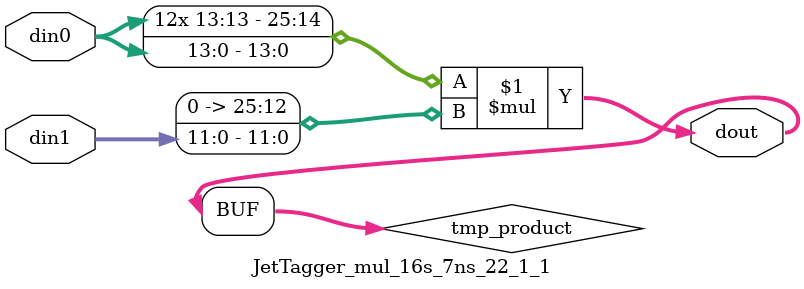
<source format=v>

`timescale 1 ns / 1 ps

  module JetTagger_mul_16s_7ns_22_1_1(din0, din1, dout);
parameter ID = 1;
parameter NUM_STAGE = 0;
parameter din0_WIDTH = 14;
parameter din1_WIDTH = 12;
parameter dout_WIDTH = 26;

input [din0_WIDTH - 1 : 0] din0; 
input [din1_WIDTH - 1 : 0] din1; 
output [dout_WIDTH - 1 : 0] dout;

wire signed [dout_WIDTH - 1 : 0] tmp_product;












assign tmp_product = $signed(din0) * $signed({1'b0, din1});









assign dout = tmp_product;







endmodule

</source>
